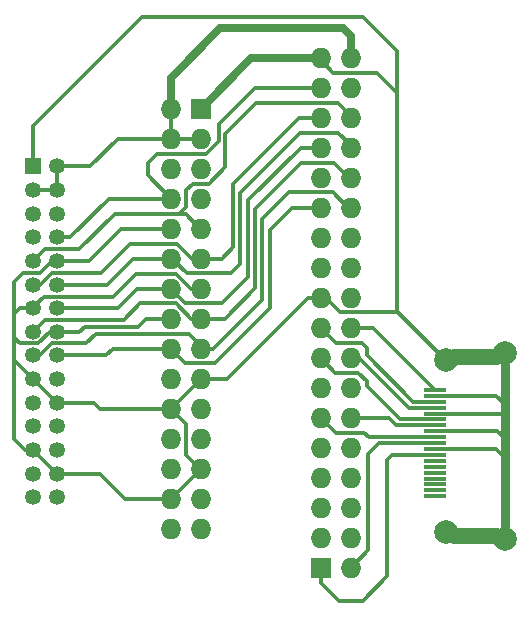
<source format=gtl>
G04 #@! TF.FileFunction,Copper,L1,Top,Signal*
%FSLAX46Y46*%
G04 Gerber Fmt 4.6, Leading zero omitted, Abs format (unit mm)*
G04 Created by KiCad (PCBNEW 4.0.2-stable) date 24/10/2016 06:45:45 p.m.*
%MOMM*%
G01*
G04 APERTURE LIST*
%ADD10C,0.100000*%
%ADD11R,1.727200X1.727200*%
%ADD12O,1.727200X1.727200*%
%ADD13C,2.000000*%
%ADD14R,1.900000X0.300000*%
%ADD15R,1.350000X1.350000*%
%ADD16C,1.350000*%
%ADD17C,0.700000*%
%ADD18C,0.300000*%
%ADD19C,0.700000*%
%ADD20C,0.800000*%
%ADD21C,0.400000*%
G04 APERTURE END LIST*
D10*
D11*
X87493000Y-110890000D03*
D12*
X90033000Y-110890000D03*
X87493000Y-108350000D03*
X90033000Y-108350000D03*
X87493000Y-105810000D03*
X90033000Y-105810000D03*
X87493000Y-103270000D03*
X90033000Y-103270000D03*
X87493000Y-100730000D03*
X90033000Y-100730000D03*
X87493000Y-98190000D03*
X90033000Y-98190000D03*
X87493000Y-95650000D03*
X90033000Y-95650000D03*
X87493000Y-93110000D03*
X90033000Y-93110000D03*
X87493000Y-90570000D03*
X90033000Y-90570000D03*
X87493000Y-88030000D03*
X90033000Y-88030000D03*
X87493000Y-85490000D03*
X90033000Y-85490000D03*
X87493000Y-82950000D03*
X90033000Y-82950000D03*
X87493000Y-80410000D03*
X90033000Y-80410000D03*
X87493000Y-77870000D03*
X90033000Y-77870000D03*
X87493000Y-75330000D03*
X90033000Y-75330000D03*
X87493000Y-72790000D03*
X90033000Y-72790000D03*
X87493000Y-70250000D03*
X90033000Y-70250000D03*
X87493000Y-67710000D03*
X90033000Y-67710000D03*
D13*
X103060200Y-108427600D03*
X103060200Y-92727600D03*
X98110200Y-107827600D03*
X98110200Y-93327600D03*
D14*
X97210200Y-95827600D03*
X97210200Y-96327600D03*
X97210200Y-96827600D03*
X97210200Y-97327600D03*
X97210200Y-97827600D03*
X97210200Y-98327600D03*
X97210200Y-98827600D03*
X97210200Y-99327600D03*
X97210200Y-99827600D03*
X97210200Y-100327600D03*
X97210200Y-100827600D03*
X97210200Y-101327600D03*
X97210200Y-101827600D03*
X97210200Y-102327600D03*
X97210200Y-102827600D03*
X97210200Y-103327600D03*
X97210200Y-103827600D03*
X97210200Y-104327600D03*
X97210200Y-104827600D03*
D15*
X63134400Y-76904800D03*
D16*
X63134400Y-78904800D03*
X63134400Y-80904800D03*
X63134400Y-82904800D03*
X63134400Y-84904800D03*
X63134400Y-86904800D03*
X63134400Y-88904800D03*
X63134400Y-90904800D03*
X63134400Y-92904800D03*
X63134400Y-94904800D03*
X63134400Y-96904800D03*
X63134400Y-98904800D03*
X63134400Y-100904800D03*
X63134400Y-102904800D03*
X63134400Y-104904800D03*
X65134400Y-76904800D03*
X65134400Y-78904800D03*
X65134400Y-80904800D03*
X65134400Y-82904800D03*
X65134400Y-84904800D03*
X65134400Y-86904800D03*
X65134400Y-88904800D03*
X65134400Y-90904800D03*
X65134400Y-92904800D03*
X65134400Y-94904800D03*
X65134400Y-96904800D03*
X65134400Y-98904800D03*
X65134400Y-100904800D03*
X65134400Y-102904800D03*
X65134400Y-104904800D03*
D11*
X77333000Y-72002600D03*
D12*
X74793000Y-72002600D03*
X77333000Y-74542600D03*
X74793000Y-74542600D03*
X77333000Y-77082600D03*
X74793000Y-77082600D03*
X77333000Y-79622600D03*
X74793000Y-79622600D03*
X77333000Y-82162600D03*
X74793000Y-82162600D03*
X77333000Y-84702600D03*
X74793000Y-84702600D03*
X77333000Y-87242600D03*
X74793000Y-87242600D03*
X77333000Y-89782600D03*
X74793000Y-89782600D03*
X77333000Y-92322600D03*
X74793000Y-92322600D03*
X77333000Y-94862600D03*
X74793000Y-94862600D03*
X77333000Y-97402600D03*
X74793000Y-97402600D03*
X77333000Y-99942600D03*
X74793000Y-99942600D03*
X77333000Y-102482600D03*
X74793000Y-102482600D03*
X77333000Y-105022600D03*
X74793000Y-105022600D03*
X77333000Y-107562600D03*
X74793000Y-107562600D03*
D17*
X83911600Y-67710000D03*
D18*
X65134400Y-84904800D02*
X64735600Y-84904800D01*
X64735600Y-84904800D02*
X63744000Y-85896400D01*
X61559600Y-86658400D02*
X61559600Y-89554000D01*
X62321600Y-85896400D02*
X61559600Y-86658400D01*
X63744000Y-85896400D02*
X62321600Y-85896400D01*
X65134400Y-90904800D02*
X64577600Y-90904800D01*
X64577600Y-90904800D02*
X63591600Y-91890800D01*
X62016800Y-91890800D02*
X61559600Y-91433600D01*
X63591600Y-91890800D02*
X62016800Y-91890800D01*
X87493000Y-67710000D02*
X83911600Y-67710000D01*
X74793000Y-82162600D02*
X75199400Y-82162600D01*
X73650000Y-85998000D02*
X71821200Y-85998000D01*
X71821200Y-85998000D02*
X69890800Y-87928400D01*
X74793000Y-82162600D02*
X70627400Y-82162600D01*
X67885200Y-84904800D02*
X65134400Y-84904800D01*
X70627400Y-82162600D02*
X67885200Y-84904800D01*
X63134400Y-100904800D02*
X62445600Y-100904800D01*
X61559600Y-100018800D02*
X61559600Y-91433600D01*
X61559600Y-91433600D02*
X61559600Y-90570000D01*
X62445600Y-100904800D02*
X61559600Y-100018800D01*
X65134400Y-102904800D02*
X63134400Y-100904800D01*
X74793000Y-105022600D02*
X70932200Y-105022600D01*
X68814400Y-102904800D02*
X65134400Y-102904800D01*
X70932200Y-105022600D02*
X68814400Y-102904800D01*
X63134400Y-88904800D02*
X62056400Y-88904800D01*
X62056400Y-88904800D02*
X61559600Y-89401600D01*
X61559600Y-89401600D02*
X61559600Y-89554000D01*
X61559600Y-89554000D02*
X61559600Y-90570000D01*
X61559600Y-93330000D02*
X63134400Y-94904800D01*
X61559600Y-90570000D02*
X61559600Y-93330000D01*
X65134400Y-96904800D02*
X63134400Y-94904800D01*
X74793000Y-97402600D02*
X68798600Y-97402600D01*
X68300800Y-96904800D02*
X65134400Y-96904800D01*
X68798600Y-97402600D02*
X68300800Y-96904800D01*
X74793000Y-89782600D02*
X72710200Y-89782600D01*
X67066800Y-90904800D02*
X65134400Y-90904800D01*
X67503200Y-90468400D02*
X67066800Y-90904800D01*
X72024400Y-90468400D02*
X67503200Y-90468400D01*
X72710200Y-89782600D02*
X72024400Y-90468400D01*
X63134400Y-88904800D02*
X63134400Y-88842800D01*
X63134400Y-88842800D02*
X64048800Y-87928400D01*
X64048800Y-87928400D02*
X69890800Y-87928400D01*
X73650000Y-85998000D02*
X75275600Y-85998000D01*
X75275600Y-85998000D02*
X76520200Y-87242600D01*
X76520200Y-87242600D02*
X77333000Y-87242600D01*
X63134400Y-76904800D02*
X63134400Y-73463100D01*
X93970000Y-67138500D02*
X93970000Y-70694500D01*
X91049000Y-64217500D02*
X93970000Y-67138500D01*
X72380000Y-64217500D02*
X91049000Y-64217500D01*
X63134400Y-73463100D02*
X72380000Y-64217500D01*
X74793000Y-105022600D02*
X77333000Y-102482600D01*
X77333000Y-102482600D02*
X77244100Y-102482600D01*
X77244100Y-102482600D02*
X76063000Y-101301500D01*
X76063000Y-101301500D02*
X76063000Y-98672600D01*
X76063000Y-98672600D02*
X74793000Y-97402600D01*
X87493000Y-67710000D02*
X87493000Y-67900500D01*
X87493000Y-67900500D02*
X88572500Y-68980000D01*
X93970000Y-89187400D02*
X98110200Y-93327600D01*
X93970000Y-70694500D02*
X93970000Y-89187400D01*
X92255500Y-68980000D02*
X93970000Y-70694500D01*
X88572500Y-68980000D02*
X92255500Y-68980000D01*
X87493000Y-88030000D02*
X86413500Y-88030000D01*
X79580900Y-94862600D02*
X77333000Y-94862600D01*
X86413500Y-88030000D02*
X79580900Y-94862600D01*
X77333000Y-94862600D02*
X74793000Y-97402600D01*
D19*
X87493000Y-67710000D02*
X81625600Y-67710000D01*
X81625600Y-67710000D02*
X77333000Y-72002600D01*
X77739400Y-72002600D02*
X77333000Y-72002600D01*
D18*
X87493000Y-88030000D02*
X87924800Y-88030000D01*
X87924800Y-88030000D02*
X89144000Y-89249200D01*
X89144000Y-89249200D02*
X94031800Y-89249200D01*
X94031800Y-89249200D02*
X98110200Y-93327600D01*
X97210200Y-100827600D02*
X102322600Y-100827600D01*
X102322600Y-100827600D02*
X103060200Y-101565200D01*
X97210200Y-99327600D02*
X102448200Y-99327600D01*
X102448200Y-99327600D02*
X103060200Y-99939600D01*
X97210200Y-97827600D02*
X102784600Y-97827600D01*
X102784600Y-97827600D02*
X103060200Y-97552000D01*
X97210200Y-96327600D02*
X102369200Y-96327600D01*
X102369200Y-96327600D02*
X103060200Y-97018600D01*
D20*
X98110200Y-93327600D02*
X102460200Y-93327600D01*
X102460200Y-93327600D02*
X103060200Y-92727600D01*
X103060200Y-92727600D02*
X98710200Y-92727600D01*
X98710200Y-92727600D02*
X98110200Y-93327600D01*
X98710200Y-92727600D02*
X98110200Y-93327600D01*
X103060200Y-108427600D02*
X103060200Y-101565200D01*
X103060200Y-101565200D02*
X103060200Y-99939600D01*
X103060200Y-99939600D02*
X103060200Y-97552000D01*
X103060200Y-97552000D02*
X103060200Y-97018600D01*
X103060200Y-97018600D02*
X103060200Y-92727600D01*
X103060200Y-108427600D02*
X98710200Y-108427600D01*
X98710200Y-108427600D02*
X98110200Y-107827600D01*
X98110200Y-107827600D02*
X102460200Y-107827600D01*
X102460200Y-107827600D02*
X103060200Y-108427600D01*
D18*
X98710200Y-108427600D02*
X98110200Y-107827600D01*
X103060200Y-108427600D02*
X102460200Y-107827600D01*
D21*
X87035800Y-68167200D02*
X87493000Y-67710000D01*
D10*
X87035800Y-68167200D02*
X87493000Y-67710000D01*
D18*
X65134400Y-76904800D02*
X65134400Y-78904800D01*
X65134400Y-78904800D02*
X63134400Y-78904800D01*
X74793000Y-74542600D02*
X70309900Y-74542600D01*
X67947700Y-76904800D02*
X65134400Y-76904800D01*
X70309900Y-74542600D02*
X67947700Y-76904800D01*
X74793000Y-72002600D02*
X74793000Y-74542600D01*
X74793000Y-74542600D02*
X77333000Y-74542600D01*
D19*
X90033000Y-67710000D02*
X90033000Y-65855800D01*
X74793000Y-69411800D02*
X74793000Y-72002600D01*
X78984000Y-65220800D02*
X74793000Y-69411800D01*
X89398000Y-65220800D02*
X78984000Y-65220800D01*
X90033000Y-65855800D02*
X89398000Y-65220800D01*
D18*
X97210200Y-101327600D02*
X93524800Y-101327600D01*
X87493000Y-112134600D02*
X87493000Y-110890000D01*
X89017000Y-113658600D02*
X87493000Y-112134600D01*
X91049000Y-113658600D02*
X89017000Y-113658600D01*
X93131800Y-111575800D02*
X91049000Y-113658600D01*
X93131800Y-101720600D02*
X93131800Y-111575800D01*
X93524800Y-101327600D02*
X93131800Y-101720600D01*
X87493000Y-110890000D02*
X87493000Y-111601200D01*
X97210200Y-100327600D02*
X92467400Y-100327600D01*
X91506200Y-101288800D02*
X91506200Y-109416800D01*
X92467400Y-100327600D02*
X91506200Y-101288800D01*
X91506200Y-109416800D02*
X90033000Y-110890000D01*
X91506200Y-109416800D02*
X90033000Y-110890000D01*
X97210200Y-99827600D02*
X91569000Y-99827600D01*
X88763000Y-99460000D02*
X87493000Y-98190000D01*
X91201400Y-99460000D02*
X88763000Y-99460000D01*
X91569000Y-99827600D02*
X91201400Y-99460000D01*
X97210200Y-98827600D02*
X93896400Y-98827600D01*
X93258800Y-98190000D02*
X90033000Y-98190000D01*
X93896400Y-98827600D02*
X93258800Y-98190000D01*
X97210200Y-98327600D02*
X94234600Y-98327600D01*
X88737600Y-94354600D02*
X87493000Y-93110000D01*
X90693400Y-94354600D02*
X88737600Y-94354600D01*
X91379200Y-95040400D02*
X90693400Y-94354600D01*
X91379200Y-95472200D02*
X91379200Y-95040400D01*
X94234600Y-98327600D02*
X91379200Y-95472200D01*
X97210200Y-97327600D02*
X94961800Y-97327600D01*
X94961800Y-97327600D02*
X90744200Y-93110000D01*
X90744200Y-93110000D02*
X90033000Y-93110000D01*
X97210200Y-96827600D02*
X95350800Y-96827600D01*
X91404600Y-92246400D02*
X91023600Y-91865400D01*
X91404600Y-92881400D02*
X91404600Y-92246400D01*
X95350800Y-96827600D02*
X91404600Y-92881400D01*
X88788400Y-91865400D02*
X87493000Y-90570000D01*
X91023600Y-91865400D02*
X88788400Y-91865400D01*
X87493000Y-90570000D02*
X87493000Y-90595400D01*
X90033000Y-90570000D02*
X91887200Y-90570000D01*
X91887200Y-90570000D02*
X97144800Y-95827600D01*
X97144800Y-95827600D02*
X97210200Y-95827600D01*
X90033000Y-90036600D02*
X90033000Y-90570000D01*
X74793000Y-92322600D02*
X69916200Y-92322600D01*
X69334000Y-92904800D02*
X65134400Y-92904800D01*
X69916200Y-92322600D02*
X69334000Y-92904800D01*
X87493000Y-80410000D02*
X85080000Y-80410000D01*
X85080000Y-80410000D02*
X83200400Y-82289600D01*
X76024900Y-93554500D02*
X74793000Y-92322600D01*
X78539500Y-93554500D02*
X76024900Y-93554500D01*
X83200400Y-88893600D02*
X78539500Y-93554500D01*
X83200400Y-82289600D02*
X83200400Y-88893600D01*
D21*
X74793000Y-92322600D02*
X74843800Y-92322600D01*
D18*
X67198400Y-91890800D02*
X64760000Y-91890800D01*
X64760000Y-91890800D02*
X63746000Y-92904800D01*
X63746000Y-92904800D02*
X63134400Y-92904800D01*
X63134400Y-92904800D02*
X63746000Y-92904800D01*
X77333000Y-92322600D02*
X78399800Y-92322600D01*
X82540000Y-88182400D02*
X82540000Y-81362500D01*
X78399800Y-92322600D02*
X82540000Y-88182400D01*
X87874000Y-79076500D02*
X84826000Y-79076500D01*
X84826000Y-79076500D02*
X82540000Y-81362500D01*
X89842500Y-80410000D02*
X88509000Y-79076500D01*
X88509000Y-79076500D02*
X87874000Y-79076500D01*
X77333000Y-92322600D02*
X77333000Y-92068600D01*
X77333000Y-92068600D02*
X76342400Y-91078000D01*
X67655600Y-91890800D02*
X67198400Y-91890800D01*
X68468400Y-91078000D02*
X67655600Y-91890800D01*
X76342400Y-91078000D02*
X68468400Y-91078000D01*
X82540000Y-81362500D02*
X82540000Y-82442000D01*
X90033000Y-80410000D02*
X89842500Y-80410000D01*
X82540000Y-81362500D02*
X82540000Y-82442000D01*
D21*
X90033000Y-80410000D02*
X89728200Y-80410000D01*
D18*
X81968500Y-85236000D02*
X81968500Y-87229900D01*
X79415800Y-89782600D02*
X77333000Y-89782600D01*
X81968500Y-87229900D02*
X79415800Y-89782600D01*
X87162800Y-76600000D02*
X85842000Y-76600000D01*
X81968500Y-80473500D02*
X81968500Y-85236000D01*
X85842000Y-76600000D02*
X81968500Y-80473500D01*
X78501400Y-89782600D02*
X77333000Y-89782600D01*
X87429500Y-76600000D02*
X87162800Y-76600000D01*
X88636000Y-76600000D02*
X87556500Y-76600000D01*
X78501400Y-89782600D02*
X77333000Y-89782600D01*
X89906000Y-77870000D02*
X88636000Y-76600000D01*
X87556500Y-76600000D02*
X87429500Y-76600000D01*
X77333000Y-89782600D02*
X76520200Y-89782600D01*
X76520200Y-89782600D02*
X75224800Y-88487200D01*
X64129600Y-89909600D02*
X63134400Y-90904800D01*
X70805200Y-89909600D02*
X64129600Y-89909600D01*
X72227600Y-88487200D02*
X70805200Y-89909600D01*
X75224800Y-88487200D02*
X72227600Y-88487200D01*
X90033000Y-77870000D02*
X89906000Y-77870000D01*
D21*
X90033000Y-77870000D02*
X89601200Y-77870000D01*
D18*
X74793000Y-87242600D02*
X71960900Y-87242600D01*
X70298700Y-88904800D02*
X65134400Y-88904800D01*
X71960900Y-87242600D02*
X70298700Y-88904800D01*
X87493000Y-75330000D02*
X85791200Y-75330000D01*
X85791200Y-75330000D02*
X81333500Y-79787700D01*
X76024900Y-88474500D02*
X74793000Y-87242600D01*
X79149100Y-88474500D02*
X76024900Y-88474500D01*
X81333500Y-86290100D02*
X79149100Y-88474500D01*
X81333500Y-79787700D02*
X81333500Y-86290100D01*
X87721600Y-74060000D02*
X85740400Y-74060000D01*
X80660400Y-79140000D02*
X80660400Y-81172000D01*
X85740400Y-74060000D02*
X80660400Y-79140000D01*
X90033000Y-75330000D02*
X90033000Y-75101400D01*
X90033000Y-75101400D02*
X88991600Y-74060000D01*
X88991600Y-74060000D02*
X87721600Y-74060000D01*
X74793000Y-84702600D02*
X74894600Y-84702600D01*
X74894600Y-84702600D02*
X76139200Y-85947200D01*
X76139200Y-85947200D02*
X79898400Y-85947200D01*
X79898400Y-85947200D02*
X80660400Y-85185200D01*
X80660400Y-85185200D02*
X80660400Y-81172000D01*
X74793000Y-84702600D02*
X71579900Y-84702600D01*
X69377700Y-86904800D02*
X65134400Y-86904800D01*
X71579900Y-84702600D02*
X69377700Y-86904800D01*
X90033000Y-75330000D02*
X89779000Y-75330000D01*
D21*
X74793000Y-84702600D02*
X74945400Y-84702600D01*
X74793000Y-84702600D02*
X74843800Y-84702600D01*
D18*
X65471200Y-85896400D02*
X64709200Y-85896400D01*
X64709200Y-85896400D02*
X63700800Y-86904800D01*
X63700800Y-86904800D02*
X63134400Y-86904800D01*
X77333000Y-84702600D02*
X76571000Y-84702600D01*
X76571000Y-84702600D02*
X75326400Y-83458000D01*
X77333000Y-84702600D02*
X79111000Y-84702600D01*
X79111000Y-84702600D02*
X80063500Y-83750100D01*
X80063500Y-78365300D02*
X85638800Y-72790000D01*
X80063500Y-83750100D02*
X80063500Y-78365300D01*
X77333000Y-84702600D02*
X77180600Y-84702600D01*
X68874800Y-85896400D02*
X65471200Y-85896400D01*
X71313200Y-83458000D02*
X68874800Y-85896400D01*
X75326400Y-83458000D02*
X71313200Y-83458000D01*
X87493000Y-72790000D02*
X85638800Y-72790000D01*
X79428500Y-75330000D02*
X79428500Y-76968300D01*
X76088400Y-80359200D02*
X75529600Y-80918000D01*
X76088400Y-78936800D02*
X76088400Y-80359200D01*
X76647200Y-78378000D02*
X76088400Y-78936800D01*
X78018800Y-78378000D02*
X76647200Y-78378000D01*
X79428500Y-76968300D02*
X78018800Y-78378000D01*
X72380000Y-80918000D02*
X70043200Y-80918000D01*
X75529600Y-80918000D02*
X72380000Y-80918000D01*
X70043200Y-80918000D02*
X67058700Y-83902500D01*
X67058700Y-83902500D02*
X64136700Y-83902500D01*
X64136700Y-83902500D02*
X63134400Y-84904800D01*
X77333000Y-82162600D02*
X77307600Y-82162600D01*
X77307600Y-82162600D02*
X76063000Y-80918000D01*
X76063000Y-80918000D02*
X75529600Y-80918000D01*
X64136700Y-83902500D02*
X63134400Y-84904800D01*
X86858000Y-71520000D02*
X82032000Y-71520000D01*
X82032000Y-71520000D02*
X79428500Y-74123500D01*
X90033000Y-72790000D02*
X90033000Y-72599500D01*
X90033000Y-72599500D02*
X88953500Y-71520000D01*
X79428500Y-74123500D02*
X79428500Y-75330000D01*
X88953500Y-71520000D02*
X86858000Y-71520000D01*
D21*
X90033000Y-72790000D02*
X90007600Y-72790000D01*
D18*
X78857000Y-74720400D02*
X78857000Y-74745800D01*
X72837200Y-77666800D02*
X74793000Y-79622600D01*
X72837200Y-76650800D02*
X72837200Y-77666800D01*
X73650000Y-75838000D02*
X72837200Y-76650800D01*
X77764800Y-75838000D02*
X73650000Y-75838000D01*
X78857000Y-74745800D02*
X77764800Y-75838000D01*
X74793000Y-79622600D02*
X69547900Y-79622600D01*
X69547900Y-79622600D02*
X66265700Y-82904800D01*
X66265700Y-82904800D02*
X65134400Y-82904800D01*
X87493000Y-70250000D02*
X81905000Y-70250000D01*
X78857000Y-73298000D02*
X78857000Y-74720400D01*
X81905000Y-70250000D02*
X78857000Y-73298000D01*
D21*
X87493000Y-70250000D02*
X86807200Y-70250000D01*
X74793000Y-79622600D02*
X74793000Y-79470200D01*
M02*

</source>
